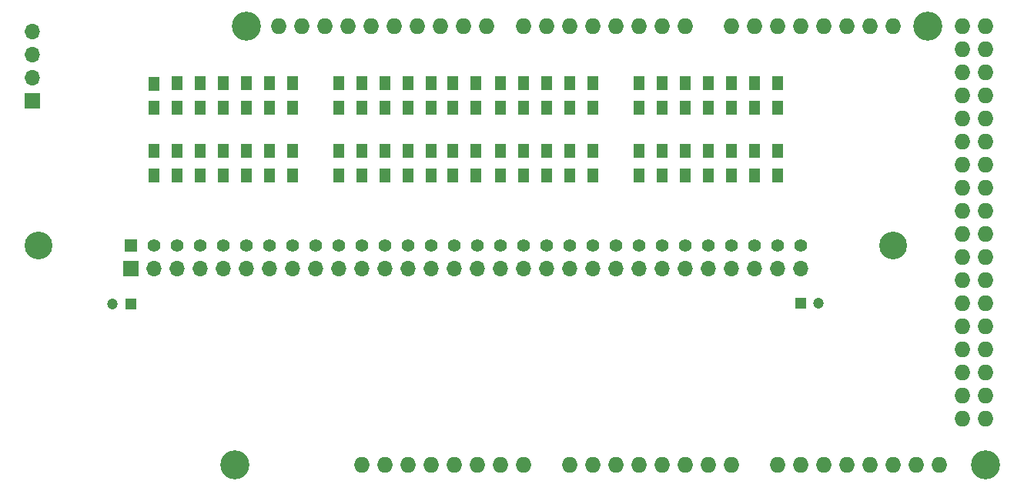
<source format=gbr>
%TF.GenerationSoftware,KiCad,Pcbnew,(5.1.9)-1*%
%TF.CreationDate,2021-01-16T23:23:18+11:00*%
%TF.ProjectId,megatosimm,6d656761-746f-4736-996d-6d2e6b696361,rev?*%
%TF.SameCoordinates,Original*%
%TF.FileFunction,Soldermask,Top*%
%TF.FilePolarity,Negative*%
%FSLAX46Y46*%
G04 Gerber Fmt 4.6, Leading zero omitted, Abs format (unit mm)*
G04 Created by KiCad (PCBNEW (5.1.9)-1) date 2021-01-16 23:23:18*
%MOMM*%
%LPD*%
G01*
G04 APERTURE LIST*
%ADD10R,1.300000X1.500000*%
%ADD11O,1.727200X1.727200*%
%ADD12C,3.200000*%
%ADD13R,1.200000X1.200000*%
%ADD14C,1.200000*%
%ADD15R,1.700000X1.700000*%
%ADD16O,1.700000X1.700000*%
%ADD17R,1.397000X1.397000*%
%ADD18C,1.397000*%
%ADD19C,3.048000*%
G04 APERTURE END LIST*
D10*
%TO.C,R26*%
X187325000Y-92663000D03*
X187325000Y-89963000D03*
%TD*%
%TO.C,R24*%
X189865000Y-92663000D03*
X189865000Y-89963000D03*
%TD*%
%TO.C,R23*%
X184785000Y-92663000D03*
X184785000Y-89963000D03*
%TD*%
%TO.C,R21*%
X169545000Y-92663000D03*
X169545000Y-89963000D03*
%TD*%
%TO.C,R20*%
X177165000Y-92663000D03*
X177165000Y-89963000D03*
%TD*%
%TO.C,R19*%
X164465000Y-92663000D03*
X164465000Y-89963000D03*
%TD*%
%TO.C,R17*%
X159385000Y-92663000D03*
X159385000Y-89963000D03*
%TD*%
%TO.C,R16*%
X154178000Y-92663000D03*
X154178000Y-89963000D03*
%TD*%
%TO.C,R14*%
X146685000Y-92663000D03*
X146685000Y-89963000D03*
%TD*%
%TO.C,R12*%
X136525000Y-92663000D03*
X136525000Y-89963000D03*
%TD*%
%TO.C,R10*%
X128905000Y-92663000D03*
X128905000Y-89963000D03*
%TD*%
%TO.C,R8*%
X179705000Y-92663000D03*
X179705000Y-89963000D03*
%TD*%
%TO.C,R6*%
X167005000Y-92663000D03*
X167005000Y-89963000D03*
%TD*%
%TO.C,R4*%
X149225000Y-92663000D03*
X149225000Y-89963000D03*
%TD*%
%TO.C,R2*%
X131445000Y-92663000D03*
X131445000Y-89963000D03*
%TD*%
%TO.C,D26*%
X187325000Y-82470000D03*
X187325000Y-85170000D03*
%TD*%
%TO.C,D24*%
X189865000Y-82470000D03*
X189865000Y-85170000D03*
%TD*%
%TO.C,D23*%
X184785000Y-82470000D03*
X184785000Y-85170000D03*
%TD*%
%TO.C,D21*%
X169545000Y-82470000D03*
X169545000Y-85170000D03*
%TD*%
%TO.C,D20*%
X177165000Y-82470000D03*
X177165000Y-85170000D03*
%TD*%
%TO.C,D19*%
X164465000Y-82470000D03*
X164465000Y-85170000D03*
%TD*%
%TO.C,D17*%
X159385000Y-82470000D03*
X159385000Y-85170000D03*
%TD*%
%TO.C,D16*%
X154178000Y-82470000D03*
X154178000Y-85170000D03*
%TD*%
%TO.C,D14*%
X146685000Y-82470000D03*
X146685000Y-85170000D03*
%TD*%
%TO.C,D12*%
X136525000Y-82470000D03*
X136525000Y-85170000D03*
%TD*%
%TO.C,D10*%
X128905000Y-82470000D03*
X128905000Y-85170000D03*
%TD*%
%TO.C,D8*%
X179705000Y-82470000D03*
X179705000Y-85170000D03*
%TD*%
%TO.C,D6*%
X167005000Y-82470000D03*
X167005000Y-85170000D03*
%TD*%
%TO.C,D4*%
X149225000Y-82470000D03*
X149225000Y-85170000D03*
%TD*%
%TO.C,D2*%
X131445000Y-82470000D03*
X131445000Y-85170000D03*
%TD*%
%TO.C,R25*%
X182245000Y-92663000D03*
X182245000Y-89963000D03*
%TD*%
%TO.C,R22*%
X121285000Y-92663000D03*
X121285000Y-89963000D03*
%TD*%
%TO.C,R18*%
X161925000Y-92663000D03*
X161925000Y-89963000D03*
%TD*%
%TO.C,R15*%
X151765000Y-92663000D03*
X151765000Y-89963000D03*
%TD*%
%TO.C,R13*%
X144145000Y-92663000D03*
X144145000Y-89963000D03*
%TD*%
%TO.C,R11*%
X133985000Y-92663000D03*
X133985000Y-89963000D03*
%TD*%
%TO.C,R9*%
X126365000Y-92663000D03*
X126365000Y-89963000D03*
%TD*%
%TO.C,R7*%
X174625000Y-92663000D03*
X174625000Y-89963000D03*
%TD*%
%TO.C,R5*%
X156718000Y-92663000D03*
X156718000Y-89963000D03*
%TD*%
%TO.C,R3*%
X141605000Y-92663000D03*
X141605000Y-89963000D03*
%TD*%
%TO.C,R1*%
X123825000Y-92663000D03*
X123825000Y-89963000D03*
%TD*%
%TO.C,D25*%
X182245000Y-82470000D03*
X182245000Y-85170000D03*
%TD*%
%TO.C,D22*%
X121285000Y-82517000D03*
X121285000Y-85217000D03*
%TD*%
%TO.C,D18*%
X161925000Y-82470000D03*
X161925000Y-85170000D03*
%TD*%
%TO.C,D15*%
X151765000Y-82470000D03*
X151765000Y-85170000D03*
%TD*%
%TO.C,D13*%
X144145000Y-82470000D03*
X144145000Y-85170000D03*
%TD*%
%TO.C,D11*%
X133985000Y-82470000D03*
X133985000Y-85170000D03*
%TD*%
%TO.C,D9*%
X126365000Y-82470000D03*
X126365000Y-85170000D03*
%TD*%
%TO.C,D7*%
X174625000Y-82470000D03*
X174625000Y-85170000D03*
%TD*%
%TO.C,D5*%
X156718000Y-82470000D03*
X156718000Y-85170000D03*
%TD*%
%TO.C,D3*%
X141605000Y-82470000D03*
X141605000Y-85170000D03*
%TD*%
%TO.C,D1*%
X123825000Y-82470000D03*
X123825000Y-85170000D03*
%TD*%
D11*
%TO.C,U1*%
X212725000Y-119380000D03*
X210185000Y-119380000D03*
X212725000Y-116840000D03*
X210185000Y-116840000D03*
X212725000Y-114300000D03*
X210185000Y-114300000D03*
X212725000Y-111760000D03*
X210185000Y-111760000D03*
X212725000Y-109220000D03*
X210185000Y-109220000D03*
X212725000Y-106680000D03*
X210185000Y-106680000D03*
X212725000Y-104140000D03*
X210185000Y-104140000D03*
X212725000Y-101600000D03*
X210185000Y-101600000D03*
X212725000Y-99060000D03*
X210185000Y-99060000D03*
X212725000Y-96520000D03*
X210185000Y-96520000D03*
X212725000Y-93980000D03*
X210185000Y-93980000D03*
X212725000Y-91440000D03*
X210185000Y-91440000D03*
X212725000Y-88900000D03*
X210185000Y-88900000D03*
X212725000Y-86360000D03*
X210185000Y-86360000D03*
X212725000Y-83820000D03*
X210185000Y-83820000D03*
X212725000Y-81280000D03*
X210185000Y-81280000D03*
X212725000Y-78740000D03*
X210185000Y-78740000D03*
X212725000Y-76200000D03*
X210185000Y-76200000D03*
X207645000Y-124460000D03*
X205105000Y-124460000D03*
X202565000Y-124460000D03*
X200025000Y-124460000D03*
X197485000Y-124460000D03*
X194945000Y-124460000D03*
X192405000Y-124460000D03*
X189865000Y-124460000D03*
X184785000Y-124460000D03*
X182245000Y-124460000D03*
X179705000Y-124460000D03*
X177165000Y-124460000D03*
X174625000Y-124460000D03*
X172085000Y-124460000D03*
X169545000Y-124460000D03*
X144145000Y-124460000D03*
X150241000Y-76200000D03*
X147701000Y-76200000D03*
X145161000Y-76200000D03*
X140081000Y-76200000D03*
X137541000Y-76200000D03*
X135001000Y-76200000D03*
D12*
X130175000Y-124460000D03*
X212725000Y-124460000D03*
X131445000Y-76200000D03*
X206375000Y-76200000D03*
D11*
X152781000Y-76200000D03*
X155321000Y-76200000D03*
X157861000Y-76200000D03*
X142621000Y-76200000D03*
X161925000Y-76200000D03*
X164465000Y-76200000D03*
X167005000Y-76200000D03*
X169545000Y-76200000D03*
X172085000Y-76200000D03*
X174625000Y-76200000D03*
X177165000Y-76200000D03*
X179705000Y-76200000D03*
X184785000Y-76200000D03*
X187325000Y-76200000D03*
X189865000Y-76200000D03*
X192405000Y-76200000D03*
X194945000Y-76200000D03*
X197485000Y-76200000D03*
X200025000Y-76200000D03*
X202565000Y-76200000D03*
X146685000Y-124460000D03*
X149225000Y-124460000D03*
X151765000Y-124460000D03*
X154305000Y-124460000D03*
X156845000Y-124460000D03*
X159385000Y-124460000D03*
X161925000Y-124460000D03*
X167005000Y-124460000D03*
%TD*%
D13*
%TO.C,C2*%
X192405000Y-106680000D03*
D14*
X194405000Y-106680000D03*
%TD*%
D13*
%TO.C,C1*%
X118745000Y-106807000D03*
D14*
X116745000Y-106807000D03*
%TD*%
D15*
%TO.C,J3*%
X107950000Y-84455000D03*
D16*
X107950000Y-81915000D03*
X107950000Y-79375000D03*
X107950000Y-76835000D03*
%TD*%
D15*
%TO.C,J2*%
X118745000Y-102870000D03*
D16*
X121285000Y-102870000D03*
X123825000Y-102870000D03*
X126365000Y-102870000D03*
X128905000Y-102870000D03*
X131445000Y-102870000D03*
X133985000Y-102870000D03*
X136525000Y-102870000D03*
X139065000Y-102870000D03*
X141605000Y-102870000D03*
X144145000Y-102870000D03*
X146685000Y-102870000D03*
X149225000Y-102870000D03*
X151765000Y-102870000D03*
X154305000Y-102870000D03*
X156845000Y-102870000D03*
X159385000Y-102870000D03*
X161925000Y-102870000D03*
X164465000Y-102870000D03*
X167005000Y-102870000D03*
X169545000Y-102870000D03*
X172085000Y-102870000D03*
X174625000Y-102870000D03*
X177165000Y-102870000D03*
X179705000Y-102870000D03*
X182245000Y-102870000D03*
X184785000Y-102870000D03*
X187325000Y-102870000D03*
X189865000Y-102870000D03*
X192405000Y-102870000D03*
%TD*%
D17*
%TO.C,J1*%
X118745000Y-100330000D03*
D18*
X121285000Y-100330000D03*
X123825000Y-100330000D03*
X126365000Y-100330000D03*
X128905000Y-100330000D03*
X131445000Y-100330000D03*
X133985000Y-100330000D03*
X136525000Y-100330000D03*
X139065000Y-100330000D03*
X141605000Y-100330000D03*
X144145000Y-100330000D03*
X146685000Y-100330000D03*
X149225000Y-100330000D03*
X151765000Y-100330000D03*
X154305000Y-100330000D03*
X156845000Y-100330000D03*
X159385000Y-100330000D03*
X161925000Y-100330000D03*
X164465000Y-100330000D03*
X167005000Y-100330000D03*
X169545000Y-100330000D03*
X172085000Y-100330000D03*
X174625000Y-100330000D03*
X177165000Y-100330000D03*
X179705000Y-100330000D03*
X182245000Y-100330000D03*
X184785000Y-100330000D03*
X187325000Y-100330000D03*
X189865000Y-100330000D03*
X192405000Y-100330000D03*
D19*
X202565000Y-100330000D03*
X108585000Y-100330000D03*
%TD*%
M02*

</source>
